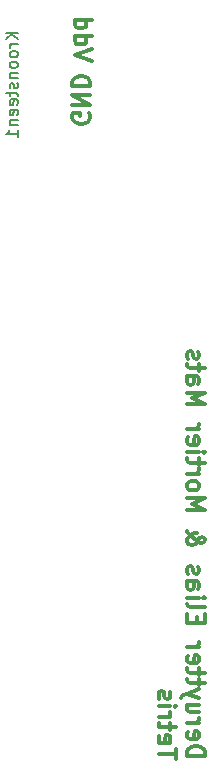
<source format=gbr>
%TF.GenerationSoftware,KiCad,Pcbnew,7.0.1*%
%TF.CreationDate,2023-04-20T18:11:54+02:00*%
%TF.ProjectId,PCB_Tetris,5043425f-5465-4747-9269-732e6b696361,rev?*%
%TF.SameCoordinates,Original*%
%TF.FileFunction,Legend,Bot*%
%TF.FilePolarity,Positive*%
%FSLAX46Y46*%
G04 Gerber Fmt 4.6, Leading zero omitted, Abs format (unit mm)*
G04 Created by KiCad (PCBNEW 7.0.1) date 2023-04-20 18:11:54*
%MOMM*%
%LPD*%
G01*
G04 APERTURE LIST*
%ADD10C,0.300000*%
%ADD11C,0.150000*%
G04 APERTURE END LIST*
D10*
X98137142Y-73282142D02*
X98208571Y-73425000D01*
X98208571Y-73425000D02*
X98208571Y-73639285D01*
X98208571Y-73639285D02*
X98137142Y-73853571D01*
X98137142Y-73853571D02*
X97994285Y-73996428D01*
X97994285Y-73996428D02*
X97851428Y-74067857D01*
X97851428Y-74067857D02*
X97565714Y-74139285D01*
X97565714Y-74139285D02*
X97351428Y-74139285D01*
X97351428Y-74139285D02*
X97065714Y-74067857D01*
X97065714Y-74067857D02*
X96922857Y-73996428D01*
X96922857Y-73996428D02*
X96780000Y-73853571D01*
X96780000Y-73853571D02*
X96708571Y-73639285D01*
X96708571Y-73639285D02*
X96708571Y-73496428D01*
X96708571Y-73496428D02*
X96780000Y-73282142D01*
X96780000Y-73282142D02*
X96851428Y-73210714D01*
X96851428Y-73210714D02*
X97351428Y-73210714D01*
X97351428Y-73210714D02*
X97351428Y-73496428D01*
X96708571Y-72567857D02*
X98208571Y-72567857D01*
X98208571Y-72567857D02*
X96708571Y-71710714D01*
X96708571Y-71710714D02*
X98208571Y-71710714D01*
X96708571Y-70996428D02*
X98208571Y-70996428D01*
X98208571Y-70996428D02*
X98208571Y-70639285D01*
X98208571Y-70639285D02*
X98137142Y-70424999D01*
X98137142Y-70424999D02*
X97994285Y-70282142D01*
X97994285Y-70282142D02*
X97851428Y-70210713D01*
X97851428Y-70210713D02*
X97565714Y-70139285D01*
X97565714Y-70139285D02*
X97351428Y-70139285D01*
X97351428Y-70139285D02*
X97065714Y-70210713D01*
X97065714Y-70210713D02*
X96922857Y-70282142D01*
X96922857Y-70282142D02*
X96780000Y-70424999D01*
X96780000Y-70424999D02*
X96708571Y-70639285D01*
X96708571Y-70639285D02*
X96708571Y-70996428D01*
X106438571Y-127692857D02*
X107938571Y-127692857D01*
X107938571Y-127692857D02*
X107938571Y-127335714D01*
X107938571Y-127335714D02*
X107867142Y-127121428D01*
X107867142Y-127121428D02*
X107724285Y-126978571D01*
X107724285Y-126978571D02*
X107581428Y-126907142D01*
X107581428Y-126907142D02*
X107295714Y-126835714D01*
X107295714Y-126835714D02*
X107081428Y-126835714D01*
X107081428Y-126835714D02*
X106795714Y-126907142D01*
X106795714Y-126907142D02*
X106652857Y-126978571D01*
X106652857Y-126978571D02*
X106510000Y-127121428D01*
X106510000Y-127121428D02*
X106438571Y-127335714D01*
X106438571Y-127335714D02*
X106438571Y-127692857D01*
X106510000Y-125621428D02*
X106438571Y-125764285D01*
X106438571Y-125764285D02*
X106438571Y-126050000D01*
X106438571Y-126050000D02*
X106510000Y-126192857D01*
X106510000Y-126192857D02*
X106652857Y-126264285D01*
X106652857Y-126264285D02*
X107224285Y-126264285D01*
X107224285Y-126264285D02*
X107367142Y-126192857D01*
X107367142Y-126192857D02*
X107438571Y-126050000D01*
X107438571Y-126050000D02*
X107438571Y-125764285D01*
X107438571Y-125764285D02*
X107367142Y-125621428D01*
X107367142Y-125621428D02*
X107224285Y-125550000D01*
X107224285Y-125550000D02*
X107081428Y-125550000D01*
X107081428Y-125550000D02*
X106938571Y-126264285D01*
X106438571Y-124907143D02*
X107438571Y-124907143D01*
X107152857Y-124907143D02*
X107295714Y-124835714D01*
X107295714Y-124835714D02*
X107367142Y-124764286D01*
X107367142Y-124764286D02*
X107438571Y-124621428D01*
X107438571Y-124621428D02*
X107438571Y-124478571D01*
X107438571Y-123335715D02*
X106438571Y-123335715D01*
X107438571Y-123978572D02*
X106652857Y-123978572D01*
X106652857Y-123978572D02*
X106510000Y-123907143D01*
X106510000Y-123907143D02*
X106438571Y-123764286D01*
X106438571Y-123764286D02*
X106438571Y-123550000D01*
X106438571Y-123550000D02*
X106510000Y-123407143D01*
X106510000Y-123407143D02*
X106581428Y-123335715D01*
X107438571Y-122764286D02*
X106438571Y-122407143D01*
X107438571Y-122050000D02*
X106438571Y-122407143D01*
X106438571Y-122407143D02*
X106081428Y-122550000D01*
X106081428Y-122550000D02*
X106010000Y-122621429D01*
X106010000Y-122621429D02*
X105938571Y-122764286D01*
X107438571Y-121692857D02*
X107438571Y-121121429D01*
X107938571Y-121478572D02*
X106652857Y-121478572D01*
X106652857Y-121478572D02*
X106510000Y-121407143D01*
X106510000Y-121407143D02*
X106438571Y-121264286D01*
X106438571Y-121264286D02*
X106438571Y-121121429D01*
X107438571Y-120835714D02*
X107438571Y-120264286D01*
X107938571Y-120621429D02*
X106652857Y-120621429D01*
X106652857Y-120621429D02*
X106510000Y-120550000D01*
X106510000Y-120550000D02*
X106438571Y-120407143D01*
X106438571Y-120407143D02*
X106438571Y-120264286D01*
X106510000Y-119192857D02*
X106438571Y-119335714D01*
X106438571Y-119335714D02*
X106438571Y-119621429D01*
X106438571Y-119621429D02*
X106510000Y-119764286D01*
X106510000Y-119764286D02*
X106652857Y-119835714D01*
X106652857Y-119835714D02*
X107224285Y-119835714D01*
X107224285Y-119835714D02*
X107367142Y-119764286D01*
X107367142Y-119764286D02*
X107438571Y-119621429D01*
X107438571Y-119621429D02*
X107438571Y-119335714D01*
X107438571Y-119335714D02*
X107367142Y-119192857D01*
X107367142Y-119192857D02*
X107224285Y-119121429D01*
X107224285Y-119121429D02*
X107081428Y-119121429D01*
X107081428Y-119121429D02*
X106938571Y-119835714D01*
X106438571Y-118478572D02*
X107438571Y-118478572D01*
X107152857Y-118478572D02*
X107295714Y-118407143D01*
X107295714Y-118407143D02*
X107367142Y-118335715D01*
X107367142Y-118335715D02*
X107438571Y-118192857D01*
X107438571Y-118192857D02*
X107438571Y-118050000D01*
X107224285Y-116407144D02*
X107224285Y-115907144D01*
X106438571Y-115692858D02*
X106438571Y-116407144D01*
X106438571Y-116407144D02*
X107938571Y-116407144D01*
X107938571Y-116407144D02*
X107938571Y-115692858D01*
X106438571Y-114835715D02*
X106510000Y-114978572D01*
X106510000Y-114978572D02*
X106652857Y-115050001D01*
X106652857Y-115050001D02*
X107938571Y-115050001D01*
X106438571Y-114264287D02*
X107438571Y-114264287D01*
X107938571Y-114264287D02*
X107867142Y-114335715D01*
X107867142Y-114335715D02*
X107795714Y-114264287D01*
X107795714Y-114264287D02*
X107867142Y-114192858D01*
X107867142Y-114192858D02*
X107938571Y-114264287D01*
X107938571Y-114264287D02*
X107795714Y-114264287D01*
X106438571Y-112907144D02*
X107224285Y-112907144D01*
X107224285Y-112907144D02*
X107367142Y-112978572D01*
X107367142Y-112978572D02*
X107438571Y-113121429D01*
X107438571Y-113121429D02*
X107438571Y-113407144D01*
X107438571Y-113407144D02*
X107367142Y-113550001D01*
X106510000Y-112907144D02*
X106438571Y-113050001D01*
X106438571Y-113050001D02*
X106438571Y-113407144D01*
X106438571Y-113407144D02*
X106510000Y-113550001D01*
X106510000Y-113550001D02*
X106652857Y-113621429D01*
X106652857Y-113621429D02*
X106795714Y-113621429D01*
X106795714Y-113621429D02*
X106938571Y-113550001D01*
X106938571Y-113550001D02*
X107010000Y-113407144D01*
X107010000Y-113407144D02*
X107010000Y-113050001D01*
X107010000Y-113050001D02*
X107081428Y-112907144D01*
X106510000Y-112264286D02*
X106438571Y-112121429D01*
X106438571Y-112121429D02*
X106438571Y-111835715D01*
X106438571Y-111835715D02*
X106510000Y-111692858D01*
X106510000Y-111692858D02*
X106652857Y-111621429D01*
X106652857Y-111621429D02*
X106724285Y-111621429D01*
X106724285Y-111621429D02*
X106867142Y-111692858D01*
X106867142Y-111692858D02*
X106938571Y-111835715D01*
X106938571Y-111835715D02*
X106938571Y-112050001D01*
X106938571Y-112050001D02*
X107010000Y-112192858D01*
X107010000Y-112192858D02*
X107152857Y-112264286D01*
X107152857Y-112264286D02*
X107224285Y-112264286D01*
X107224285Y-112264286D02*
X107367142Y-112192858D01*
X107367142Y-112192858D02*
X107438571Y-112050001D01*
X107438571Y-112050001D02*
X107438571Y-111835715D01*
X107438571Y-111835715D02*
X107367142Y-111692858D01*
X106438571Y-108621429D02*
X106438571Y-108692858D01*
X106438571Y-108692858D02*
X106510000Y-108835715D01*
X106510000Y-108835715D02*
X106724285Y-109050000D01*
X106724285Y-109050000D02*
X107152857Y-109407143D01*
X107152857Y-109407143D02*
X107367142Y-109550000D01*
X107367142Y-109550000D02*
X107581428Y-109621429D01*
X107581428Y-109621429D02*
X107724285Y-109621429D01*
X107724285Y-109621429D02*
X107867142Y-109550000D01*
X107867142Y-109550000D02*
X107938571Y-109407143D01*
X107938571Y-109407143D02*
X107938571Y-109335715D01*
X107938571Y-109335715D02*
X107867142Y-109192858D01*
X107867142Y-109192858D02*
X107724285Y-109121429D01*
X107724285Y-109121429D02*
X107652857Y-109121429D01*
X107652857Y-109121429D02*
X107510000Y-109192858D01*
X107510000Y-109192858D02*
X107438571Y-109264286D01*
X107438571Y-109264286D02*
X107152857Y-109692858D01*
X107152857Y-109692858D02*
X107081428Y-109764286D01*
X107081428Y-109764286D02*
X106938571Y-109835715D01*
X106938571Y-109835715D02*
X106724285Y-109835715D01*
X106724285Y-109835715D02*
X106581428Y-109764286D01*
X106581428Y-109764286D02*
X106510000Y-109692858D01*
X106510000Y-109692858D02*
X106438571Y-109550000D01*
X106438571Y-109550000D02*
X106438571Y-109335715D01*
X106438571Y-109335715D02*
X106510000Y-109192858D01*
X106510000Y-109192858D02*
X106581428Y-109121429D01*
X106581428Y-109121429D02*
X106867142Y-108907143D01*
X106867142Y-108907143D02*
X107081428Y-108835715D01*
X107081428Y-108835715D02*
X107224285Y-108835715D01*
X106438571Y-106835715D02*
X107938571Y-106835715D01*
X107938571Y-106835715D02*
X106867142Y-106335715D01*
X106867142Y-106335715D02*
X107938571Y-105835715D01*
X107938571Y-105835715D02*
X106438571Y-105835715D01*
X106438571Y-104907143D02*
X106510000Y-105050000D01*
X106510000Y-105050000D02*
X106581428Y-105121429D01*
X106581428Y-105121429D02*
X106724285Y-105192857D01*
X106724285Y-105192857D02*
X107152857Y-105192857D01*
X107152857Y-105192857D02*
X107295714Y-105121429D01*
X107295714Y-105121429D02*
X107367142Y-105050000D01*
X107367142Y-105050000D02*
X107438571Y-104907143D01*
X107438571Y-104907143D02*
X107438571Y-104692857D01*
X107438571Y-104692857D02*
X107367142Y-104550000D01*
X107367142Y-104550000D02*
X107295714Y-104478572D01*
X107295714Y-104478572D02*
X107152857Y-104407143D01*
X107152857Y-104407143D02*
X106724285Y-104407143D01*
X106724285Y-104407143D02*
X106581428Y-104478572D01*
X106581428Y-104478572D02*
X106510000Y-104550000D01*
X106510000Y-104550000D02*
X106438571Y-104692857D01*
X106438571Y-104692857D02*
X106438571Y-104907143D01*
X106438571Y-103764286D02*
X107438571Y-103764286D01*
X107152857Y-103764286D02*
X107295714Y-103692857D01*
X107295714Y-103692857D02*
X107367142Y-103621429D01*
X107367142Y-103621429D02*
X107438571Y-103478571D01*
X107438571Y-103478571D02*
X107438571Y-103335714D01*
X107438571Y-103050000D02*
X107438571Y-102478572D01*
X107938571Y-102835715D02*
X106652857Y-102835715D01*
X106652857Y-102835715D02*
X106510000Y-102764286D01*
X106510000Y-102764286D02*
X106438571Y-102621429D01*
X106438571Y-102621429D02*
X106438571Y-102478572D01*
X106438571Y-101978572D02*
X107438571Y-101978572D01*
X107938571Y-101978572D02*
X107867142Y-102050000D01*
X107867142Y-102050000D02*
X107795714Y-101978572D01*
X107795714Y-101978572D02*
X107867142Y-101907143D01*
X107867142Y-101907143D02*
X107938571Y-101978572D01*
X107938571Y-101978572D02*
X107795714Y-101978572D01*
X106510000Y-100692857D02*
X106438571Y-100835714D01*
X106438571Y-100835714D02*
X106438571Y-101121429D01*
X106438571Y-101121429D02*
X106510000Y-101264286D01*
X106510000Y-101264286D02*
X106652857Y-101335714D01*
X106652857Y-101335714D02*
X107224285Y-101335714D01*
X107224285Y-101335714D02*
X107367142Y-101264286D01*
X107367142Y-101264286D02*
X107438571Y-101121429D01*
X107438571Y-101121429D02*
X107438571Y-100835714D01*
X107438571Y-100835714D02*
X107367142Y-100692857D01*
X107367142Y-100692857D02*
X107224285Y-100621429D01*
X107224285Y-100621429D02*
X107081428Y-100621429D01*
X107081428Y-100621429D02*
X106938571Y-101335714D01*
X106438571Y-99978572D02*
X107438571Y-99978572D01*
X107152857Y-99978572D02*
X107295714Y-99907143D01*
X107295714Y-99907143D02*
X107367142Y-99835715D01*
X107367142Y-99835715D02*
X107438571Y-99692857D01*
X107438571Y-99692857D02*
X107438571Y-99550000D01*
X106438571Y-97907144D02*
X107938571Y-97907144D01*
X107938571Y-97907144D02*
X106867142Y-97407144D01*
X106867142Y-97407144D02*
X107938571Y-96907144D01*
X107938571Y-96907144D02*
X106438571Y-96907144D01*
X106438571Y-95550001D02*
X107224285Y-95550001D01*
X107224285Y-95550001D02*
X107367142Y-95621429D01*
X107367142Y-95621429D02*
X107438571Y-95764286D01*
X107438571Y-95764286D02*
X107438571Y-96050001D01*
X107438571Y-96050001D02*
X107367142Y-96192858D01*
X106510000Y-95550001D02*
X106438571Y-95692858D01*
X106438571Y-95692858D02*
X106438571Y-96050001D01*
X106438571Y-96050001D02*
X106510000Y-96192858D01*
X106510000Y-96192858D02*
X106652857Y-96264286D01*
X106652857Y-96264286D02*
X106795714Y-96264286D01*
X106795714Y-96264286D02*
X106938571Y-96192858D01*
X106938571Y-96192858D02*
X107010000Y-96050001D01*
X107010000Y-96050001D02*
X107010000Y-95692858D01*
X107010000Y-95692858D02*
X107081428Y-95550001D01*
X107438571Y-95050000D02*
X107438571Y-94478572D01*
X107938571Y-94835715D02*
X106652857Y-94835715D01*
X106652857Y-94835715D02*
X106510000Y-94764286D01*
X106510000Y-94764286D02*
X106438571Y-94621429D01*
X106438571Y-94621429D02*
X106438571Y-94478572D01*
X106510000Y-94050000D02*
X106438571Y-93907143D01*
X106438571Y-93907143D02*
X106438571Y-93621429D01*
X106438571Y-93621429D02*
X106510000Y-93478572D01*
X106510000Y-93478572D02*
X106652857Y-93407143D01*
X106652857Y-93407143D02*
X106724285Y-93407143D01*
X106724285Y-93407143D02*
X106867142Y-93478572D01*
X106867142Y-93478572D02*
X106938571Y-93621429D01*
X106938571Y-93621429D02*
X106938571Y-93835715D01*
X106938571Y-93835715D02*
X107010000Y-93978572D01*
X107010000Y-93978572D02*
X107152857Y-94050000D01*
X107152857Y-94050000D02*
X107224285Y-94050000D01*
X107224285Y-94050000D02*
X107367142Y-93978572D01*
X107367142Y-93978572D02*
X107438571Y-93835715D01*
X107438571Y-93835715D02*
X107438571Y-93621429D01*
X107438571Y-93621429D02*
X107367142Y-93478572D01*
X105508571Y-127907142D02*
X105508571Y-127050000D01*
X104008571Y-127478571D02*
X105508571Y-127478571D01*
X104080000Y-125978571D02*
X104008571Y-126121428D01*
X104008571Y-126121428D02*
X104008571Y-126407143D01*
X104008571Y-126407143D02*
X104080000Y-126550000D01*
X104080000Y-126550000D02*
X104222857Y-126621428D01*
X104222857Y-126621428D02*
X104794285Y-126621428D01*
X104794285Y-126621428D02*
X104937142Y-126550000D01*
X104937142Y-126550000D02*
X105008571Y-126407143D01*
X105008571Y-126407143D02*
X105008571Y-126121428D01*
X105008571Y-126121428D02*
X104937142Y-125978571D01*
X104937142Y-125978571D02*
X104794285Y-125907143D01*
X104794285Y-125907143D02*
X104651428Y-125907143D01*
X104651428Y-125907143D02*
X104508571Y-126621428D01*
X105008571Y-125478571D02*
X105008571Y-124907143D01*
X105508571Y-125264286D02*
X104222857Y-125264286D01*
X104222857Y-125264286D02*
X104080000Y-125192857D01*
X104080000Y-125192857D02*
X104008571Y-125050000D01*
X104008571Y-125050000D02*
X104008571Y-124907143D01*
X104008571Y-124407143D02*
X105008571Y-124407143D01*
X104722857Y-124407143D02*
X104865714Y-124335714D01*
X104865714Y-124335714D02*
X104937142Y-124264286D01*
X104937142Y-124264286D02*
X105008571Y-124121428D01*
X105008571Y-124121428D02*
X105008571Y-123978571D01*
X104008571Y-123478572D02*
X105008571Y-123478572D01*
X105508571Y-123478572D02*
X105437142Y-123550000D01*
X105437142Y-123550000D02*
X105365714Y-123478572D01*
X105365714Y-123478572D02*
X105437142Y-123407143D01*
X105437142Y-123407143D02*
X105508571Y-123478572D01*
X105508571Y-123478572D02*
X105365714Y-123478572D01*
X104080000Y-122835714D02*
X104008571Y-122692857D01*
X104008571Y-122692857D02*
X104008571Y-122407143D01*
X104008571Y-122407143D02*
X104080000Y-122264286D01*
X104080000Y-122264286D02*
X104222857Y-122192857D01*
X104222857Y-122192857D02*
X104294285Y-122192857D01*
X104294285Y-122192857D02*
X104437142Y-122264286D01*
X104437142Y-122264286D02*
X104508571Y-122407143D01*
X104508571Y-122407143D02*
X104508571Y-122621429D01*
X104508571Y-122621429D02*
X104580000Y-122764286D01*
X104580000Y-122764286D02*
X104722857Y-122835714D01*
X104722857Y-122835714D02*
X104794285Y-122835714D01*
X104794285Y-122835714D02*
X104937142Y-122764286D01*
X104937142Y-122764286D02*
X105008571Y-122621429D01*
X105008571Y-122621429D02*
X105008571Y-122407143D01*
X105008571Y-122407143D02*
X104937142Y-122264286D01*
X98408571Y-68857142D02*
X96908571Y-68357142D01*
X96908571Y-68357142D02*
X98408571Y-67857142D01*
X96908571Y-66714286D02*
X98408571Y-66714286D01*
X96980000Y-66714286D02*
X96908571Y-66857143D01*
X96908571Y-66857143D02*
X96908571Y-67142857D01*
X96908571Y-67142857D02*
X96980000Y-67285714D01*
X96980000Y-67285714D02*
X97051428Y-67357143D01*
X97051428Y-67357143D02*
X97194285Y-67428571D01*
X97194285Y-67428571D02*
X97622857Y-67428571D01*
X97622857Y-67428571D02*
X97765714Y-67357143D01*
X97765714Y-67357143D02*
X97837142Y-67285714D01*
X97837142Y-67285714D02*
X97908571Y-67142857D01*
X97908571Y-67142857D02*
X97908571Y-66857143D01*
X97908571Y-66857143D02*
X97837142Y-66714286D01*
X96908571Y-65357143D02*
X98408571Y-65357143D01*
X96980000Y-65357143D02*
X96908571Y-65500000D01*
X96908571Y-65500000D02*
X96908571Y-65785714D01*
X96908571Y-65785714D02*
X96980000Y-65928571D01*
X96980000Y-65928571D02*
X97051428Y-66000000D01*
X97051428Y-66000000D02*
X97194285Y-66071428D01*
X97194285Y-66071428D02*
X97622857Y-66071428D01*
X97622857Y-66071428D02*
X97765714Y-66000000D01*
X97765714Y-66000000D02*
X97837142Y-65928571D01*
X97837142Y-65928571D02*
X97908571Y-65785714D01*
X97908571Y-65785714D02*
X97908571Y-65500000D01*
X97908571Y-65500000D02*
X97837142Y-65357143D01*
D11*
%TO.C,Kroonsteen1*%
X92087619Y-66430237D02*
X91087619Y-66430237D01*
X92087619Y-67001665D02*
X91516190Y-66573094D01*
X91087619Y-67001665D02*
X91659047Y-66430237D01*
X92087619Y-67430237D02*
X91420952Y-67430237D01*
X91611428Y-67430237D02*
X91516190Y-67477856D01*
X91516190Y-67477856D02*
X91468571Y-67525475D01*
X91468571Y-67525475D02*
X91420952Y-67620713D01*
X91420952Y-67620713D02*
X91420952Y-67715951D01*
X92087619Y-68192142D02*
X92040000Y-68096904D01*
X92040000Y-68096904D02*
X91992380Y-68049285D01*
X91992380Y-68049285D02*
X91897142Y-68001666D01*
X91897142Y-68001666D02*
X91611428Y-68001666D01*
X91611428Y-68001666D02*
X91516190Y-68049285D01*
X91516190Y-68049285D02*
X91468571Y-68096904D01*
X91468571Y-68096904D02*
X91420952Y-68192142D01*
X91420952Y-68192142D02*
X91420952Y-68334999D01*
X91420952Y-68334999D02*
X91468571Y-68430237D01*
X91468571Y-68430237D02*
X91516190Y-68477856D01*
X91516190Y-68477856D02*
X91611428Y-68525475D01*
X91611428Y-68525475D02*
X91897142Y-68525475D01*
X91897142Y-68525475D02*
X91992380Y-68477856D01*
X91992380Y-68477856D02*
X92040000Y-68430237D01*
X92040000Y-68430237D02*
X92087619Y-68334999D01*
X92087619Y-68334999D02*
X92087619Y-68192142D01*
X92087619Y-69096904D02*
X92040000Y-69001666D01*
X92040000Y-69001666D02*
X91992380Y-68954047D01*
X91992380Y-68954047D02*
X91897142Y-68906428D01*
X91897142Y-68906428D02*
X91611428Y-68906428D01*
X91611428Y-68906428D02*
X91516190Y-68954047D01*
X91516190Y-68954047D02*
X91468571Y-69001666D01*
X91468571Y-69001666D02*
X91420952Y-69096904D01*
X91420952Y-69096904D02*
X91420952Y-69239761D01*
X91420952Y-69239761D02*
X91468571Y-69334999D01*
X91468571Y-69334999D02*
X91516190Y-69382618D01*
X91516190Y-69382618D02*
X91611428Y-69430237D01*
X91611428Y-69430237D02*
X91897142Y-69430237D01*
X91897142Y-69430237D02*
X91992380Y-69382618D01*
X91992380Y-69382618D02*
X92040000Y-69334999D01*
X92040000Y-69334999D02*
X92087619Y-69239761D01*
X92087619Y-69239761D02*
X92087619Y-69096904D01*
X91420952Y-69858809D02*
X92087619Y-69858809D01*
X91516190Y-69858809D02*
X91468571Y-69906428D01*
X91468571Y-69906428D02*
X91420952Y-70001666D01*
X91420952Y-70001666D02*
X91420952Y-70144523D01*
X91420952Y-70144523D02*
X91468571Y-70239761D01*
X91468571Y-70239761D02*
X91563809Y-70287380D01*
X91563809Y-70287380D02*
X92087619Y-70287380D01*
X92040000Y-70715952D02*
X92087619Y-70811190D01*
X92087619Y-70811190D02*
X92087619Y-71001666D01*
X92087619Y-71001666D02*
X92040000Y-71096904D01*
X92040000Y-71096904D02*
X91944761Y-71144523D01*
X91944761Y-71144523D02*
X91897142Y-71144523D01*
X91897142Y-71144523D02*
X91801904Y-71096904D01*
X91801904Y-71096904D02*
X91754285Y-71001666D01*
X91754285Y-71001666D02*
X91754285Y-70858809D01*
X91754285Y-70858809D02*
X91706666Y-70763571D01*
X91706666Y-70763571D02*
X91611428Y-70715952D01*
X91611428Y-70715952D02*
X91563809Y-70715952D01*
X91563809Y-70715952D02*
X91468571Y-70763571D01*
X91468571Y-70763571D02*
X91420952Y-70858809D01*
X91420952Y-70858809D02*
X91420952Y-71001666D01*
X91420952Y-71001666D02*
X91468571Y-71096904D01*
X91420952Y-71430238D02*
X91420952Y-71811190D01*
X91087619Y-71573095D02*
X91944761Y-71573095D01*
X91944761Y-71573095D02*
X92040000Y-71620714D01*
X92040000Y-71620714D02*
X92087619Y-71715952D01*
X92087619Y-71715952D02*
X92087619Y-71811190D01*
X92040000Y-72525476D02*
X92087619Y-72430238D01*
X92087619Y-72430238D02*
X92087619Y-72239762D01*
X92087619Y-72239762D02*
X92040000Y-72144524D01*
X92040000Y-72144524D02*
X91944761Y-72096905D01*
X91944761Y-72096905D02*
X91563809Y-72096905D01*
X91563809Y-72096905D02*
X91468571Y-72144524D01*
X91468571Y-72144524D02*
X91420952Y-72239762D01*
X91420952Y-72239762D02*
X91420952Y-72430238D01*
X91420952Y-72430238D02*
X91468571Y-72525476D01*
X91468571Y-72525476D02*
X91563809Y-72573095D01*
X91563809Y-72573095D02*
X91659047Y-72573095D01*
X91659047Y-72573095D02*
X91754285Y-72096905D01*
X92040000Y-73382619D02*
X92087619Y-73287381D01*
X92087619Y-73287381D02*
X92087619Y-73096905D01*
X92087619Y-73096905D02*
X92040000Y-73001667D01*
X92040000Y-73001667D02*
X91944761Y-72954048D01*
X91944761Y-72954048D02*
X91563809Y-72954048D01*
X91563809Y-72954048D02*
X91468571Y-73001667D01*
X91468571Y-73001667D02*
X91420952Y-73096905D01*
X91420952Y-73096905D02*
X91420952Y-73287381D01*
X91420952Y-73287381D02*
X91468571Y-73382619D01*
X91468571Y-73382619D02*
X91563809Y-73430238D01*
X91563809Y-73430238D02*
X91659047Y-73430238D01*
X91659047Y-73430238D02*
X91754285Y-72954048D01*
X91420952Y-73858810D02*
X92087619Y-73858810D01*
X91516190Y-73858810D02*
X91468571Y-73906429D01*
X91468571Y-73906429D02*
X91420952Y-74001667D01*
X91420952Y-74001667D02*
X91420952Y-74144524D01*
X91420952Y-74144524D02*
X91468571Y-74239762D01*
X91468571Y-74239762D02*
X91563809Y-74287381D01*
X91563809Y-74287381D02*
X92087619Y-74287381D01*
X92087619Y-75287381D02*
X92087619Y-74715953D01*
X92087619Y-75001667D02*
X91087619Y-75001667D01*
X91087619Y-75001667D02*
X91230476Y-74906429D01*
X91230476Y-74906429D02*
X91325714Y-74811191D01*
X91325714Y-74811191D02*
X91373333Y-74715953D01*
%TD*%
M02*

</source>
